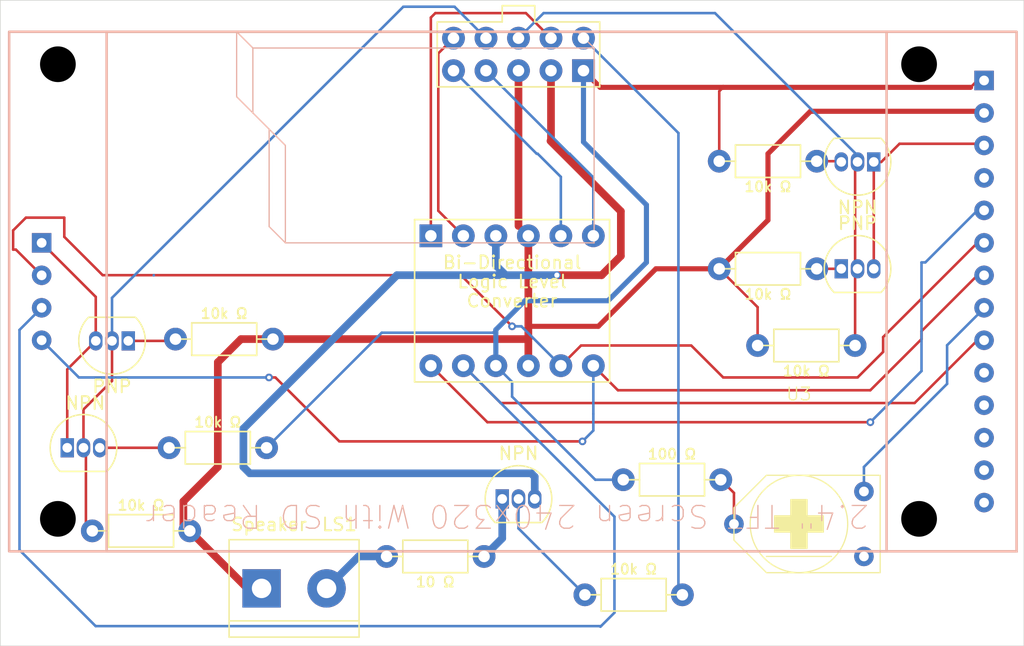
<source format=kicad_pcb>
(kicad_pcb (version 20240108) (generator "pcbnew") (generator_version "8.0")
  (layers (0 "F.Cu" signal) (31 "B.Cu" signal) (34 "B.Paste" user) (35 "F.Paste" user) (36 "B.SilkS" user "B.Silkscreen") (37 "F.SilkS" user "F.Silkscreen") (38 "B.Mask" user) (39 "F.Mask" user) (44 "Edge.Cuts" user))
  (net 0 "")
  (net 1 "Net-(1-PadSCK)")
  (net 2 "Net-(1-PadGND)")
  (net 3 "Net-(Q5-C)")
  (net 4 "Net-(Q1-B)")
  (net 5 "Net-(1-PadMOSI)")
  (net 6 "Net-(Q3-B)")
  (net 7 "Net-(1-PadMISO)")
  (net 8 "Net-(1-PadSPKR)")
  (net 9 "Net-(1-PadTFT_DC)")
  (net 10 "Net-(1-Pad3V3)")
  (net 11 "Net-(LogicConverter1-PadLV2)")
  (net 12 "Net-(LogicConverter1-PadLV3)")
  (net 13 "Net-(LogicConverter1-PadLV1)")
  (net 14 "Net-(LogicConverter1-PadLV4)")
  (net 15 "Net-(Q1-E)")
  (net 16 "Net-(Q1-C)")
  (net 17 "Net-(Q2-C)")
  (net 18 "Net-(Q3-C)")
  (net 19 "Net-(Q3-E)")
  (net 20 "Net-(Q4-C)")
  (net 21 "Net-(R9-PadP$2)")
  (net 22 "Net-(Q5-B)")
  (net 24 "Net-(Q5-E)")
  (net 25 "Net-(LS1-Pad2)")
  (net 31 "Net-(U2-PadLED)")
  (footprint "Subsystem Main:THROUGH_HOLE_RESISTOR" (layer "F.Cu") (at 163.5 64.085 180)
    (property "Reference" "R1" (hide yes))
    (property "Value" "10k Ω" (at 0 -2 0) (layer "F.SilkS") (effects (font (size 0.787402 0.787402))))
    (fp_line (start 2.54 1.27) (end 2.54 0) (stroke (width 0.127)) (layer "F.SilkS"))
    (fp_line (start 2.54 0) (end 3.81 0) (stroke (width 0.127)) (layer "F.SilkS"))
    (fp_line (start 2.54 0) (end 2.54 -1.27) (stroke (width 0.127)) (layer "F.SilkS"))
    (fp_line (start 2.54 -1.27) (end -2.54 -1.27) (stroke (width 0.127)) (layer "F.SilkS"))
    (fp_line (start -2.54 1.27) (end 2.54 1.27) (stroke (width 0.127)) (layer "F.SilkS"))
    (fp_line (start -2.54 0) (end -2.54 1.27) (stroke (width 0.127)) (layer "F.SilkS"))
    (fp_line (start -2.54 0) (end -3.81 0) (stroke (width 0.127)) (layer "F.SilkS"))
    (fp_line (start -2.54 -1.27) (end -2.54 0) (stroke (width 0.127)) (layer "F.SilkS"))
    (pad "P$1" thru_hole circle (at -3.81 0 180) (size 1.778 1.778) (drill 0.9) (layers "*.Cu" "*.Mask") (net 17 "Net-(Q2-C)"))
    (pad "P$2" thru_hole circle (at 3.81 0 180) (size 1.778 1.778) (drill 0.9) (layers "*.Cu" "*.Mask") (net 10 "Net-(1-Pad3V3)"))
  )
  (footprint "Package_TO_SOT_THT:TO-92_Inline" (layer "F.Cu") (at 169.23 72.5)
    (property "Reference" "PNP" (at 1.27 -3.56 0) (layer "F.SilkS"))
    (property "Value" "PNP Transistor")
    (fp_line (start -0.53 1.85) (end 3.07 1.85) (stroke (width 0.12)) (layer "F.SilkS"))
    (fp_arc (start -0.568478 1.838478) (mid -1.132087 -0.994977) (end 1.27 -2.6) (stroke (width 0.12)) (layer "F.SilkS"))
    (fp_arc (start 1.27 -2.6) (mid 3.672087 -0.994977) (end 3.108478 1.838478) (stroke (width 0.12)) (layer "F.SilkS"))
    (pad "1" thru_hole rect (at 0 0) (size 1.05 1.5) (drill 0.75) (layers "*.Cu" "*.Mask") (net 15 "Net-(Q1-E)"))
    (pad "2" thru_hole oval (at 1.27 0) (size 1.05 1.5) (drill 0.75) (layers "*.Cu" "*.Mask") (net 4 "Net-(Q1-B)"))
    (pad "3" thru_hole oval (at 2.54 0) (size 1.05 1.5) (drill 0.75) (layers "*.Cu" "*.Mask") (net 16 "Net-(Q1-C)"))
  )
  (footprint "Package_TO_SOT_THT:TO-92_Inline" (layer "F.Cu") (at 142.73 90.5)
    (property "Reference" "NPN" (at 1.27 -3.56 0) (layer "F.SilkS"))
    (property "Value" "NPN transistor")
    (fp_line (start -0.53 1.85) (end 3.07 1.85) (stroke (width 0.12)) (layer "F.SilkS"))
    (fp_arc (start -0.568478 1.838478) (mid -1.132087 -0.994977) (end 1.27 -2.6) (stroke (width 0.12)) (layer "F.SilkS"))
    (fp_arc (start 1.27 -2.6) (mid 3.672087 -0.994977) (end 3.108478 1.838478) (stroke (width 0.12)) (layer "F.SilkS"))
    (pad "1" thru_hole rect (at 0 0) (size 1.05 1.5) (drill 0.75) (layers "*.Cu" "*.Mask") (net 24 "Net-(Q5-E)"))
    (pad "2" thru_hole oval (at 1.27 0) (size 1.05 1.5) (drill 0.75) (layers "*.Cu" "*.Mask") (net 22 "Net-(Q5-B)"))
    (pad "3" thru_hole oval (at 2.54 0) (size 1.05 1.5) (drill 0.75) (layers "*.Cu" "*.Mask") (net 3 "Net-(Q5-C)"))
  )
  (footprint "TerminalBlock:TerminalBlock_bornier-2_P5.08mm" (layer "F.Cu") (at 123.92 97.5)
    (property "Reference" "LS1" (at 6.08 -5 0) (layer "F.SilkS"))
    (property "Value" "Speaker" (at 0.58 -5 0) (layer "F.SilkS"))
    (fp_line (start -2.54 -3.81) (end -2.54 3.81) (stroke (width 0.12)) (layer "F.SilkS"))
    (fp_line (start -2.54 3.81) (end 7.62 3.81) (stroke (width 0.12)) (layer "F.SilkS"))
    (fp_line (start 7.62 -3.81) (end -2.54 -3.81) (stroke (width 0.12)) (layer "F.SilkS"))
    (fp_line (start 7.62 2.54) (end -2.54 2.54) (stroke (width 0.12)) (layer "F.SilkS"))
    (fp_line (start 7.62 3.81) (end 7.62 -3.81) (stroke (width 0.12)) (layer "F.SilkS"))
    (pad "1" thru_hole rect (at 0 0) (size 3 3) (drill 1.52) (layers "*.Cu" "*.Mask") (net 2 "Net-(1-PadGND)"))
    (pad "2" thru_hole circle (at 5.08 0) (size 3 3) (drill 1.52) (layers "*.Cu" "*.Mask") (net 25 "Net-(LS1-Pad2)"))
  )
  (footprint "Subsystem Main:THROUGH_HOLE_RESISTOR" (layer "F.Cu") (at 137.5 95 180)
    (property "Reference" "R7" (hide yes))
    (property "Value" "10 Ω" (at 0 -2 0) (layer "F.SilkS") (effects (font (size 0.787402 0.787402))))
    (fp_line (start 2.54 1.27) (end 2.54 0) (stroke (width 0.127)) (layer "F.SilkS"))
    (fp_line (start 2.54 0) (end 3.81 0) (stroke (width 0.127)) (layer "F.SilkS"))
    (fp_line (start 2.54 0) (end 2.54 -1.27) (stroke (width 0.127)) (layer "F.SilkS"))
    (fp_line (start 2.54 -1.27) (end -2.54 -1.27) (stroke (width 0.127)) (layer "F.SilkS"))
    (fp_line (start -2.54 1.27) (end 2.54 1.27) (stroke (width 0.127)) (layer "F.SilkS"))
    (fp_line (start -2.54 0) (end -2.54 1.27) (stroke (width 0.127)) (layer "F.SilkS"))
    (fp_line (start -2.54 0) (end -3.81 0) (stroke (width 0.127)) (layer "F.SilkS"))
    (fp_line (start -2.54 -1.27) (end -2.54 0) (stroke (width 0.127)) (layer "F.SilkS"))
    (pad "P$1" thru_hole circle (at -3.81 0 180) (size 1.778 1.778) (drill 0.9) (layers "*.Cu" "*.Mask") (net 24 "Net-(Q5-E)"))
    (pad "P$2" thru_hole circle (at 3.81 0 180) (size 1.778 1.778) (drill 0.9) (layers "*.Cu" "*.Mask") (net 25 "Net-(LS1-Pad2)"))
  )
  (footprint "Subsystem Main:THROUGH_HOLE_RESISTOR" (layer "F.Cu") (at 120.5 86.5)
    (property "Reference" "R2" (hide yes))
    (property "Value" "10k Ω" (at 0 -2 0) (layer "F.SilkS") (effects (font (size 0.787402 0.787402))))
    (fp_line (start -2.54 -1.27) (end -2.54 0) (stroke (width 0.127)) (layer "F.SilkS"))
    (fp_line (start -2.54 0) (end -3.81 0) (stroke (width 0.127)) (layer "F.SilkS"))
    (fp_line (start -2.54 0) (end -2.54 1.27) (stroke (width 0.127)) (layer "F.SilkS"))
    (fp_line (start -2.54 1.27) (end 2.54 1.27) (stroke (width 0.127)) (layer "F.SilkS"))
    (fp_line (start 2.54 -1.27) (end -2.54 -1.27) (stroke (width 0.127)) (layer "F.SilkS"))
    (fp_line (start 2.54 0) (end 2.54 -1.27) (stroke (width 0.127)) (layer "F.SilkS"))
    (fp_line (start 2.54 0) (end 3.81 0) (stroke (width 0.127)) (layer "F.SilkS"))
    (fp_line (start 2.54 1.27) (end 2.54 0) (stroke (width 0.127)) (layer "F.SilkS"))
    (pad "P$1" thru_hole circle (at -3.81 0) (size 1.778 1.778) (drill 0.9) (layers "*.Cu" "*.Mask") (net 20 "Net-(Q4-C)"))
    (pad "P$2" thru_hole circle (at 3.81 0) (size 1.778 1.778) (drill 0.9) (layers "*.Cu" "*.Mask") (net 10 "Net-(1-Pad3V3)"))
  )
  (footprint "Subsystem Main:THROUGH_HOLE_RESISTOR" (layer "F.Cu") (at 114.5 93)
    (property "Reference" "R5" (hide yes))
    (property "Value" "10k Ω" (at 0 -2 0) (layer "F.SilkS") (effects (font (size 0.787402 0.787402))))
    (fp_line (start -2.54 -1.27) (end -2.54 0) (stroke (width 0.127)) (layer "F.SilkS"))
    (fp_line (start -2.54 0) (end -3.81 0) (stroke (width 0.127)) (layer "F.SilkS"))
    (fp_line (start -2.54 0) (end -2.54 1.27) (stroke (width 0.127)) (layer "F.SilkS"))
    (fp_line (start -2.54 1.27) (end 2.54 1.27) (stroke (width 0.127)) (layer "F.SilkS"))
    (fp_line (start 2.54 -1.27) (end -2.54 -1.27) (stroke (width 0.127)) (layer "F.SilkS"))
    (fp_line (start 2.54 0) (end 2.54 -1.27) (stroke (width 0.127)) (layer "F.SilkS"))
    (fp_line (start 2.54 0) (end 3.81 0) (stroke (width 0.127)) (layer "F.SilkS"))
    (fp_line (start 2.54 1.27) (end 2.54 0) (stroke (width 0.127)) (layer "F.SilkS"))
    (pad "P$1" thru_hole circle (at -3.81 0) (size 1.778 1.778) (drill 0.9) (layers "*.Cu" "*.Mask") (net 6 "Net-(Q3-B)"))
    (pad "P$2" thru_hole circle (at 3.81 0) (size 1.778 1.778) (drill 0.9) (layers "*.Cu" "*.Mask") (net 2 "Net-(1-PadGND)"))
  )
  (footprint "Subsystem Main:THROUGH_HOLE_RESISTOR" (layer "F.Cu") (at 156 89)
    (property "Reference" "R9" (hide yes))
    (property "Value" "100 Ω" (at 0 -2 0) (layer "F.SilkS") (effects (font (size 0.787402 0.787402))))
    (fp_line (start -2.54 -1.27) (end -2.54 0) (stroke (width 0.127)) (layer "F.SilkS"))
    (fp_line (start -2.54 0) (end -3.81 0) (stroke (width 0.127)) (layer "F.SilkS"))
    (fp_line (start -2.54 0) (end -2.54 1.27) (stroke (width 0.127)) (layer "F.SilkS"))
    (fp_line (start -2.54 1.27) (end 2.54 1.27) (stroke (width 0.127)) (layer "F.SilkS"))
    (fp_line (start 2.54 -1.27) (end -2.54 -1.27) (stroke (width 0.127)) (layer "F.SilkS"))
    (fp_line (start 2.54 0) (end 2.54 -1.27) (stroke (width 0.127)) (layer "F.SilkS"))
    (fp_line (start 2.54 0) (end 3.81 0) (stroke (width 0.127)) (layer "F.SilkS"))
    (fp_line (start 2.54 1.27) (end 2.54 0) (stroke (width 0.127)) (layer "F.SilkS"))
    (pad "P$1" thru_hole circle (at -3.81 0) (size 1.778 1.778) (drill 0.9) (layers "*.Cu" "*.Mask") (net 10 "Net-(1-Pad3V3)"))
    (pad "P$2" thru_hole circle (at 3.81 0) (size 1.778 1.778) (drill 0.9) (layers "*.Cu" "*.Mask") (net 21 "Net-(R9-PadP$2)"))
  )
  (footprint "Subsystem Main:BI_DIRECTIONAL_LOGIC_LEVEL_CONVERTER" (layer "F.Cu") (at 143.5 75)
    (property "Reference" "LogicConverter1" (hide yes))
    (property "Value" "~")
    (fp_line (start -7.62 -6.35) (end -7.62 6.35) (stroke (width 0.127)) (layer "F.SilkS"))
    (fp_line (start -7.62 6.35) (end 7.62 6.35) (stroke (width 0.127)) (layer "F.SilkS"))
    (fp_line (start 7.62 -6.35) (end -7.62 -6.35) (stroke (width 0.127)) (layer "F.SilkS"))
    (fp_line (start 7.62 6.35) (end 7.62 -6.35) (stroke (width 0.127)) (layer "F.SilkS"))
    (fp_text user "Bi-Directional" (at 0 -3 0) (layer "F.SilkS"))
    (fp_text user "Converter" (at 0 0 0) (layer "F.SilkS"))
    (fp_text user "Logic Level" (at 0 -1.5 0) (layer "F.SilkS"))
    (pad "GND1" thru_hole circle (at 1.27 -5.08) (size 1.778 1.778) (drill 0.9) (layers "*.Cu" "*.Mask") (net 2 "Net-(1-PadGND)"))
    (pad "GND2" thru_hole circle (at 1.27 5.08) (size 1.778 1.778) (drill 0.9) (layers "*.Cu" "*.Mask") (net 2 "Net-(1-PadGND)"))
    (pad "HV" thru_hole circle (at -1.27 -5.08) (size 1.778 1.778) (drill 0.9) (layers "*.Cu" "*.Mask") (net 3 "Net-(Q5-C)"))
    (pad "HV1" thru_hole rect (at -6.35 -5.08) (size 1.778 1.778) (drill 0.9) (layers "*.Cu" "*.Mask") (net 9 "Net-(1-PadTFT_DC)"))
    (pad "HV2" thru_hole circle (at -3.81 -5.08) (size 1.778 1.778) (drill 0.9) (layers "*.Cu" "*.Mask") (net 7 "Net-(1-PadMISO)"))
    (pad "HV3" thru_hole circle (at 3.81 -5.08) (size 1.778 1.778) (drill 0.9) (layers "*.Cu" "*.Mask") (net 5 "Net-(1-PadMOSI)"))
    (pad "HV4" thru_hole circle (at 6.35 -5.08) (size 1.778 1.778) (drill 0.9) (layers "*.Cu" "*.Mask") (net 1 "Net-(1-PadSCK)"))
    (pad "LV" thru_hole circle (at -1.27 5.08) (size 1.778 1.778) (drill 0.9) (layers "*.Cu" "*.Mask") (net 10 "Net-(1-Pad3V3)"))
    (pad "LV1" thru_hole circle (at -6.35 5.08) (size 1.778 1.778) (drill 0.9) (layers "*.Cu" "*.Mask") (net 13 "Net-(LogicConverter1-PadLV1)"))
    (pad "LV2" thru_hole circle (at -3.81 5.08) (size 1.778 1.778) (drill 0.9) (layers "*.Cu" "*.Mask") (net 11 "Net-(LogicConverter1-PadLV2)"))
    (pad "LV3" thru_hole circle (at 3.81 5.08) (size 1.778 1.778) (drill 0.9) (layers "*.Cu" "*.Mask") (net 12 "Net-(LogicConverter1-PadLV3)"))
    (pad "LV4" thru_hole circle (at 6.35 5.08) (size 1.778 1.778) (drill 0.9) (layers "*.Cu" "*.Mask") (net 14 "Net-(LogicConverter1-PadLV4)"))
  )
  (footprint "Subsystem Main:THROUGH_HOLE_RESISTOR" (layer "F.Cu") (at 166.5 78.5 180)
    (property "Reference" "R6" (hide yes))
    (property "Value" "10k Ω" (at 0 -2 0) (layer "F.SilkS") (effects (font (size 0.787402 0.787402))))
    (fp_line (start 2.54 1.27) (end 2.54 0) (stroke (width 0.127)) (layer "F.SilkS"))
    (fp_line (start 2.54 0) (end 3.81 0) (stroke (width 0.127)) (layer "F.SilkS"))
    (fp_line (start 2.54 0) (end 2.54 -1.27) (stroke (width 0.127)) (layer "F.SilkS"))
    (fp_line (start 2.54 -1.27) (end -2.54 -1.27) (stroke (width 0.127)) (layer "F.SilkS"))
    (fp_line (start -2.54 1.27) (end 2.54 1.27) (stroke (width 0.127)) (layer "F.SilkS"))
    (fp_line (start -2.54 0) (end -2.54 1.27) (stroke (width 0.127)) (layer "F.SilkS"))
    (fp_line (start -2.54 0) (end -3.81 0) (stroke (width 0.127)) (layer "F.SilkS"))
    (fp_line (start -2.54 -1.27) (end -2.54 0) (stroke (width 0.127)) (layer "F.SilkS"))
    (pad "P$1" thru_hole circle (at -3.81 0 180) (size 1.778 1.778) (drill 0.9) (layers "*.Cu" "*.Mask") (net 4 "Net-(Q1-B)"))
    (pad "P$2" thru_hole circle (at 3.81 0 180) (size 1.778 1.778) (drill 0.9) (layers "*.Cu" "*.Mask") (net 2 "Net-(1-PadGND)"))
  )
  (footprint "Package_TO_SOT_THT:TO-92_Inline" (layer "F.Cu") (at 171.77 64.14 180)
    (property "Reference" "NPN" (at 1.27 -3.56 0) (layer "F.SilkS"))
    (property "Value" "NPN transistor")
    (fp_line (start -0.53 1.85) (end 3.07 1.85) (stroke (width 0.12)) (layer "F.SilkS"))
    (fp_arc (start 1.27 -2.6) (mid 3.672087 -0.994977) (end 3.108478 1.838478) (stroke (width 0.12)) (layer "F.SilkS"))
    (fp_arc (start -0.568478 1.838478) (mid -1.132087 -0.994977) (end 1.27 -2.6) (stroke (width 0.12)) (layer "F.SilkS"))
    (pad "1" thru_hole rect (at 0 0 180) (size 1.05 1.5) (drill 0.75) (layers "*.Cu" "*.Mask") (net 16 "Net-(Q1-C)"))
    (pad "2" thru_hole oval (at 1.27 0 180) (size 1.05 1.5) (drill 0.75) (layers "*.Cu" "*.Mask") (net 4 "Net-(Q1-B)"))
    (pad "3" thru_hole oval (at 2.54 0 180) (size 1.05 1.5) (drill 0.75) (layers "*.Cu" "*.Mask") (net 17 "Net-(Q2-C)"))
  )
  (footprint "Subsystem Main:THROUGH_HOLE_RESISTOR" (layer "F.Cu") (at 163.5 72.5 180)
    (property "Reference" "R4" (hide yes))
    (property "Value" "10k Ω" (at 0 -2 0) (layer "F.SilkS") (effects (font (size 0.787402 0.787402))))
    (fp_line (start 2.54 1.27) (end 2.54 0) (stroke (width 0.127)) (layer "F.SilkS"))
    (fp_line (start 2.54 0) (end 3.81 0) (stroke (width 0.127)) (layer "F.SilkS"))
    (fp_line (start 2.54 0) (end 2.54 -1.27) (stroke (width 0.127)) (layer "F.SilkS"))
    (fp_line (start 2.54 -1.27) (end -2.54 -1.27) (stroke (width 0.127)) (layer "F.SilkS"))
    (fp_line (start -2.54 1.27) (end 2.54 1.27) (stroke (width 0.127)) (layer "F.SilkS"))
    (fp_line (start -2.54 0) (end -2.54 1.27) (stroke (width 0.127)) (layer "F.SilkS"))
    (fp_line (start -2.54 0) (end -3.81 0) (stroke (width 0.127)) (layer "F.SilkS"))
    (fp_line (start -2.54 -1.27) (end -2.54 0) (stroke (width 0.127)) (layer "F.SilkS"))
    (pad "P$1" thru_hole circle (at -3.81 0 180) (size 1.778 1.778) (drill 0.9) (layers "*.Cu" "*.Mask") (net 15 "Net-(Q1-E)"))
    (pad "P$2" thru_hole circle (at 3.81 0 180) (size 1.778 1.778) (drill 0.9) (layers "*.Cu" "*.Mask") (net 2 "Net-(1-PadGND)"))
  )
  (footprint "Subsystem Main:2.4'_TFT_SPI_ILI9341_WITH_SD_CARD" (layer "F.Cu") (at 142.29 74.28 180)
    (property "Reference" "U2" (hide yes))
    (property "Value" "~")
    (fp_line (start 20.32 20.32) (end 19.05 19.05) (stroke (width 0.1)) (layer "B.SilkS"))
    (fp_line (start 20.32 15.24) (end 20.32 20.32) (stroke (width 0.1)) (layer "B.SilkS"))
    (fp_line (start 19.05 19.05) (end 19.05 13.97) (stroke (width 0.1)) (layer "B.SilkS"))
    (fp_line (start 19.05 19.05) (end -7.62 19.05) (stroke (width 0.1)) (layer "B.SilkS"))
    (fp_line (start 19.05 13.97) (end 20.32 15.24) (stroke (width 0.1)) (layer "B.SilkS"))
    (fp_line (start 17.78 5.08) (end 17.78 12.7) (stroke (width 0.1)) (layer "B.SilkS"))
    (fp_line (start 16.51 11.43) (end 19.05 13.97) (stroke (width 0.1)) (layer "B.SilkS"))
    (fp_line (start 16.51 3.81) (end 17.78 5.08) (stroke (width 0.1)) (layer "B.SilkS"))
    (fp_line (start 16.51 3.81) (end 16.51 11.43) (stroke (width 0.1)) (layer "B.SilkS"))
    (fp_line (start 16.51 3.81) (end -7.62 3.81) (stroke (width 0.1)) (layer "B.SilkS"))
    (fp_line (start -7.62 19.05) (end -6.35 20.32) (stroke (width 0.1)) (layer "B.SilkS"))
    (fp_line (start -7.62 3.81) (end -7.62 19.05) (stroke (width 0.1)) (layer "B.SilkS"))
    (fp_rect (start -30.48 -20.32) (end 30.48 20.32) (stroke (width 0.2)) (fill none) (layer "B.SilkS"))
    (fp_rect (start -40.64 -20.32) (end 38.1 20.32) (stroke (width 0.2)) (fill none) (layer "B.SilkS"))
    (fp_text user "2.4\" TFT Screen 240x320 With SD Reader" (at -29.21 -16.51 180) (layer "B.SilkS") (effects (font (size 1.778 1.778) (thickness 0.1)) (justify left bottom)))
    (pad "" np_thru_hole circle (at -33.02 -17.78 180) (size 2.794 2.794) (drill 3.175) (layers "*.Mask"))
    (pad "" np_thru_hole circle (at -33.02 17.78 180) (size 2.794 2.794) (drill 3.175) (layers "*.Mask"))
    (pad "" np_thru_hole circle (at 34.29 -17.78 180) (size 2.794 2.794) (drill 3.175) (layers "*.Mask"))
    (pad "" np_thru_hole circle (at 34.29 17.78 180) (size 2.794 2.794) (drill 3.175) (layers "*.Mask"))
    (pad "CS" thru_hole circle (at -38.1 11.43 180) (size 1.524 1.524) (drill 0.762) (layers "*.Cu" "*.Mask") (net 16 "Net-(Q1-C)"))
    (pad "DC" thru_hole circle (at -38.1 6.35 180) (size 1.524 1.524) (drill 0.762) (layers "*.Cu" "*.Mask") (net 13 "Net-(LogicConverter1-PadLV1)"))
    (pad "GND" thru_hole circle (at -38.1 13.97 180) (size 1.524 1.524) (drill 0.762) (layers "*.Cu" "*.Mask") (net 2 "Net-(1-PadGND)"))
    (pad "LED" thru_hole circle (at -38.1 -1.27 180) (size 1.524 1.524) (drill 0.762) (layers "*.Cu" "*.Mask") (net 31 "Net-(U2-PadLED)"))
    (pad "RESET" thru_hole circle (at -38.1 8.89 180) (size 1.524 1.524) (drill 0.762) (layers "*.Cu" "*.Mask"))
    (pad "SCK" thru_hole circle (at -38.1 1.27 180) (size 1.524 1.524) (drill 0.762) (layers "*.Cu" "*.Mask") (net 14 "Net-(LogicConverter1-PadLV4)"))
    (pad "SDI(MOSI)" thru_hole circle (at -38.1 3.81 180) (size 1.524 1.524) (drill 0.762) (layers "*.Cu" "*.Mask") (net 12 "Net-(LogicConverter1-PadLV3)"))
    (pad "SDO(MISO)" thru_hole circle (at -38.1 -3.81 180) (size 1.524 1.524) (drill 0.762) (layers "*.Cu" "*.Mask") (net 11 "Net-(LogicConverter1-PadLV2)"))
    (pad "SD_CS" thru_hole rect (at 35.56 3.81 180) (size 1.524 1.524) (drill 0.762) (layers "*.Cu" "*.Mask") (net 18 "Net-(Q3-C)"))
    (pad "SD_MISO" thru_hole circle (at 35.56 -1.27 180) (size 1.524 1.524) (drill 0.762) (layers "*.Cu" "*.Mask") (net 11 "Net-(LogicConverter1-PadLV2)"))
    (pad "SD_MOSI" thru_hole circle (at 35.56 1.27 180) (size 1.524 1.524) (drill 0.762) (layers "*.Cu" "*.Mask") (net 12 "Net-(LogicConverter1-PadLV3)"))
    (pad "SD_SCK" thru_hole circle (at 35.56 -3.81 180) (size 1.524 1.524) (drill 0.762) (layers "*.Cu" "*.Mask") (net 14 "Net-(LogicConverter1-PadLV4)"))
    (pad "T_CLK" thru_hole circle (at -38.1 -6.35 180) (size 1.524 1.524) (drill 0.762) (layers "*.Cu" "*.Mask"))
    (pad "T_CS" thru_hole circle (at -38.1 -8.89 180) (size 1.524 1.524) (drill 0.762) (layers "*.Cu" "*.Mask"))
    (pad "T_DIN" thru_hole circle (at -38.1 -11.43 180) (size 1.524 1.524) (drill 0.762) (layers "*.Cu" "*.Mask"))
    (pad "T_DO" thru_hole circle (at -38.1 -13.97 180) (size 1.524 1.524) (drill 0.762) (layers "*.Cu" "*.Mask"))
    (pad "T_IRQ" thru_hole circle (at -38.1 -16.51 180) (size 1.524 1.524) (drill 0.762) (layers "*.Cu" "*.Mask"))
    (pad "Vcc" thru_hole rect (at -38.1 16.51 180) (size 1.524 1.524) (drill 0.762) (layers "*.Cu" "*.Mask") (net 10 "Net-(1-Pad3V3)"))
  )
  (footprint "Subsystem Main:THROUGH_HOLE_RESISTOR" (layer "F.Cu") (at 153 98)
    (property "Reference" "R8" (hide yes))
    (property "Value" "10k Ω" (at 0 -2 0) (layer "F.SilkS") (effects (font (size 0.787402 0.787402))))
    (fp_line (start -2.54 -1.27) (end -2.54 0) (stroke (width 0.127)) (layer "F.SilkS"))
    (fp_line (start -2.54 0) (end -3.81 0) (stroke (width 0.127)) (layer "F.SilkS"))
    (fp_line (start -2.54 0) (end -2.54 1.27) (stroke (width 0.127)) (layer "F.SilkS"))
    (fp_line (start -2.54 1.27) (end 2.54 1.27) (stroke (width 0.127)) (layer "F.SilkS"))
    (fp_line (start 2.54 -1.27) (end -2.54 -1.27) (stroke (width 0.127)) (layer "F.SilkS"))
    (fp_line (start 2.54 0) (end 2.54 -1.27) (stroke (width 0.127)) (layer "F.SilkS"))
    (fp_line (start 2.54 0) (end 3.81 0) (stroke (width 0.127)) (layer "F.SilkS"))
    (fp_line (start 2.54 1.27) (end 2.54 0) (stroke (width 0.127)) (layer "F.SilkS"))
    (pad "P$1" thru_hole circle (at -3.81 0) (size 1.778 1.778) (drill 0.9) (layers "*.Cu" "*.Mask") (net 22 "Net-(Q5-B)"))
    (pad "P$2" thru_hole circle (at 3.81 0) (size 1.778 1.778) (drill 0.9) (layers "*.Cu" "*.Mask") (net 8 "Net-(1-PadSPKR)"))
  )
  (footprint "Subsystem Main:SPI_HEADER_RIBBON_CONNECTOR" (layer "F.Cu") (at 144 55.73 180)
    (property "Reference" "1" (hide yes))
    (property "Value" "~")
    (fp_line (start 6.35 2.54) (end 6.35 -2.54) (stroke (width 0.127)) (layer "F.SilkS"))
    (fp_line (start 6.35 -2.54) (end -6.35 -2.54) (stroke (width 0.127)) (layer "F.SilkS"))
    (fp_line (start 1.27 3.81) (end 1.27 2.54) (stroke (width 0.127)) (layer "F.SilkS"))
    (fp_line (start 1.27 2.54) (end 6.35 2.54) (stroke (width 0.127)) (layer "F.SilkS"))
    (fp_line (start -1.27 3.81) (end 1.27 3.81) (stroke (width 0.127)) (layer "F.SilkS"))
    (fp_line (start -1.27 2.54) (end -1.27 3.81) (stroke (width 0.127)) (layer "F.SilkS"))
    (fp_line (start -6.35 2.54) (end -1.27 2.54) (stroke (width 0.127)) (layer "F.SilkS"))
    (fp_line (start -6.35 -2.54) (end -6.35 2.54) (stroke (width 0.127)) (layer "F.SilkS"))
    (pad "3V3" thru_hole rect (at -5.08 -1.27 180) (size 1.778 1.778) (drill 0.9) (layers "*.Cu" "*.Mask") (net 10 "Net-(1-Pad3V3)"))
    (pad "5V" thru_hole circle (at -2.54 -1.27 180) (size 1.778 1.778) (drill 0.9) (layers "*.Cu" "*.Mask") (net 3 "Net-(Q5-C)"))
    (pad "GND" thru_hole circle (at 0 -1.27 180) (size 1.778 1.778) (drill 0.9) (layers "*.Cu" "*.Mask") (net 2 "Net-(1-PadGND)"))
    (pad "MISO" thru_hole circle (at 5.08 1.27 180) (size 1.778 1.778) (drill 0.9) (layers "*.Cu" "*.Mask") (net 7 "Net-(1-PadMISO)"))
    (pad "MOSI" thru_hole circle (at 5.08 -1.27 180) (size 1.778 1.778) (drill 0.9) (layers "*.Cu" "*.Mask") (net 5 "Net-(1-PadMOSI)"))
    (pad "SCK" thru_hole circle (at 2.54 -1.27 180) (size 1.778 1.778) (drill 0.9) (layers "*.Cu" "*.Mask") (net 1 "Net-(1-PadSCK)"))
    (pad "SD_CS" thru_hole circle (at 2.54 1.27 180) (size 1.778 1.778) (drill 0.9) (layers "*.Cu" "*.Mask") (net 6 "Net-(Q3-B)"))
    (pad "SPKR" thru_hole circle (at -5.08 1.27 180) (size 1.778 1.778) (drill 0.9) (layers "*.Cu" "*.Mask") (net 8 "Net-(1-PadSPKR)"))
    (pad "TFT_CS" thru_hole circle (at 0 1.27 180) (size 1.778 1.778) (drill 0.9) (layers "*.Cu" "*.Mask") (net 4 "Net-(Q1-B)"))
    (pad "TFT_DC" thru_hole circle (at -2.54 1.27 180) (size 1.778 1.778) (drill 0.9) (layers "*.Cu" "*.Mask") (net 9 "Net-(1-PadTFT_DC)"))
  )
  (footprint "Package_TO_SOT_THT:TO-92_Inline" (layer "F.Cu") (at 108.73 86.5)
    (property "Reference" "NPN" (at 1.4085 -3.4915 0) (layer "F.SilkS"))
    (property "Value" "NPN transistor")
    (fp_line (start -0.53 1.85) (end 3.07 1.85) (stroke (width 0.12)) (layer "F.SilkS"))
    (fp_arc (start -0.568478 1.838478) (mid -1.132087 -0.994977) (end 1.27 -2.6) (stroke (width 0.12)) (layer "F.SilkS"))
    (fp_arc (start 1.27 -2.6) (mid 3.672087 -0.994977) (end 3.108478 1.838478) (stroke (width 0.12)) (layer "F.SilkS"))
    (pad "1" thru_hole rect (at 0 0) (size 1.05 1.5) (drill 0.75) (layers "*.Cu" "*.Mask") (net 18 "Net-(Q3-C)"))
    (pad "2" thru_hole oval (at 1.27 0) (size 1.05 1.5) (drill 0.75) (layers "*.Cu" "*.Mask") (net 6 "Net-(Q3-B)"))
    (pad "3" thru_hole oval (at 2.54 0) (size 1.05 1.5) (drill 0.75) (layers "*.Cu" "*.Mask") (net 20 "Net-(Q4-C)"))
  )
  (footprint "Subsystem Main:Small_Potentiometer" (layer "F.Cu") (at 165.92 92.46)
    (property "Reference" "U3" (at 0 -10.16 0) (layer "F.SilkS") (effects (font (thickness 0.1))))
    (property "Value" "~")
    (fp_line (start -2.54 2.54) (end 2.54 2.54) (stroke (width 0.1)) (layer "F.SilkS"))
    (fp_circle (center 0 0) (end 3.81 0) (stroke (width 0.1)) (fill none) (layer "F.SilkS"))
    (fp_poly (pts (xy 6.35 -3.81) (xy 6.35 3.81) (xy -2.54 3.81) (xy -5.08 1.27) (xy -5.08 -1.27) (xy -2.54 -3.81)) (stroke (width 0.1)) (fill none) (layer "F.SilkS"))
    (fp_poly (pts (xy 0.635 -0.635) (xy 1.905 -0.635) (xy 1.905 0.635) (xy 0.635 0.635) (xy 0.635 1.905) (xy -0.635 1.905) (xy -0.635 0.635) (xy -1.905 0.635) (xy -1.905 -0.635) (xy -0.635 -0.635) (xy -0.635 -1.905) (xy 0.635 -1.905)) (stroke (width 0.1)) (fill solid) (layer "F.SilkS"))
    (pad "Vin" thru_hole circle (at -5.08 0) (size 1.524 1.524) (drill 0.762) (layers "*.Cu" "*.Mask") (net 21 "Net-(R9-PadP$2)"))
    (pad "Vout1" thru_hole circle (at 5.08 -2.54) (size 1.524 1.524) (drill 0.762) (layers "*.Cu" "*.Mask") (net 31 "Net-(U2-PadLED)"))
    (pad "Vout2" thru_hole circle (at 5.08 2.54) (size 1.524 1.524) (drill 0.762) (layers "*.Cu" "*.Mask"))
  )
  (footprint "Subsystem Main:THROUGH_HOLE_RESISTOR" (layer "F.Cu") (at 121 78)
    (property "Reference" "R3" (hide yes))
    (property "Value" "10k Ω" (at 0 -2 0) (layer "F.SilkS") (effects (font (size 0.787402 0.787402))))
    (fp_line (start -2.54 -1.27) (end -2.54 0) (stroke (width 0.127)) (layer "F.SilkS"))
    (fp_line (start -2.54 0) (end -3.81 0) (stroke (width 0.127)) (layer "F.SilkS"))
    (fp_line (start -2.54 0) (end -2.54 1.27) (stroke (width 0.127)) (layer "F.SilkS"))
    (fp_line (start -2.54 1.27) (end 2.54 1.27) (stroke (width 0.127)) (layer "F.SilkS"))
    (fp_line (start 2.54 -1.27) (end -2.54 -1.27) (stroke (width 0.127)) (layer "F.SilkS"))
    (fp_line (start 2.54 0) (end 2.54 -1.27) (stroke (width 0.127)) (layer "F.SilkS"))
    (fp_line (start 2.54 0) (end 3.81 0) (stroke (width 0.127)) (layer "F.SilkS"))
    (fp_line (start 2.54 1.27) (end 2.54 0) (stroke (width 0.127)) (layer "F.SilkS"))
    (pad "P$1" thru_hole circle (at -3.81 0) (size 1.778 1.778) (drill 0.9) (layers "*.Cu" "*.Mask") (net 19 "Net-(Q3-E)"))
    (pad "P$2" thru_hole circle (at 3.81 0) (size 1.778 1.778) (drill 0.9) (layers "*.Cu" "*.Mask") (net 2 "Net-(1-PadGND)"))
  )
  (footprint "Package_TO_SOT_THT:TO-92_Inline" (layer "F.Cu") (at 113.5 78.14 180)
    (property "Reference" "PNP" (at 1.27 -3.56 0) (layer "F.SilkS"))
    (property "Value" "PNP Transistor")
    (fp_line (start -0.53 1.85) (end 3.07 1.85) (stroke (width 0.12)) (layer "F.SilkS"))
    (fp_arc (start 1.27 -2.6) (mid 3.672087 -0.994977) (end 3.108478 1.838478) (stroke (width 0.12)) (layer "F.SilkS"))
    (fp_arc (start -0.568478 1.838478) (mid -1.132087 -0.994977) (end 1.27 -2.6) (stroke (width 0.12)) (layer "F.SilkS"))
    (pad "1" thru_hole rect (at 0 0 180) (size 1.05 1.5) (drill 0.75) (layers "*.Cu" "*.Mask") (net 19 "Net-(Q3-E)"))
    (pad "2" thru_hole oval (at 1.27 0 180) (size 1.05 1.5) (drill 0.75) (layers "*.Cu" "*.Mask") (net 6 "Net-(Q3-B)"))
    (pad "3" thru_hole oval (at 2.54 0 180) (size 1.05 1.5) (drill 0.75) (layers "*.Cu" "*.Mask") (net 18 "Net-(Q3-C)"))
  )
  (gr_rect (start 103.5 51.5) (end 183.5 102) (stroke (width 0.05)) (fill none) (layer "Edge.Cuts"))
  (segment (start 141.46 57) (end 147.96 63.5) (width 0.2) (layer "B.Cu") (net 1))
  (segment (start 149.85 65.35) (end 149.85 69.92) (width 0.2) (layer "B.Cu") (net 1))
  (segment (start 148 63.5) (end 149.85 65.35) (width 0.2) (layer "B.Cu") (net 1))
  (segment (start 147.96 63.5) (end 148 63.5) (width 0.2) (layer "B.Cu") (net 1))
  (segment (start 117.81 92.5) (end 122.81 97.5) (width 0.6) (layer "F.Cu") (net 2))
  (segment (start 163.5 68.69) (end 163.5 63.5) (width 0.4) (layer "F.Cu") (net 2))
  (segment (start 117.81 92.5) (end 117.81 90.69) (width 0.6) (layer "F.Cu") (net 2))
  (segment (start 122.81 97.5) (end 123.92 97.5) (width 0.2) (layer "F.Cu") (net 2))
  (segment (start 162.69 78.5) (end 162.69 75.5) (width 0.2) (layer "F.Cu") (net 2))
  (segment (start 166.82 60.18) (end 180 60.18) (width 0.4) (layer "F.Cu") (net 2))
  (segment (start 162.69 75.5) (end 159.69 72.5) (width 0.2) (layer "F.Cu") (net 2))
  (segment (start 163.5 63.5) (end 166.82 60.18) (width 0.4) (layer "F.Cu") (net 2))
  (segment (start 144.77 77) (end 150.24 77) (width 0.4) (layer "F.Cu") (net 2))
  (segment (start 144.77 77) (end 144.77 78) (width 0.6) (layer "F.Cu") (net 2))
  (segment (start 144 57) (end 144 69.15) (width 0.6) (layer "F.Cu") (net 2))
  (segment (start 122.31 78) (end 144.77 78) (width 0.6) (layer "F.Cu") (net 2))
  (segment (start 144.77 69.92) (end 144.77 77) (width 0.6) (layer "F.Cu") (net 2))
  (segment (start 159.69 72.5) (end 163.5 68.69) (width 0.4) (layer "F.Cu") (net 2))
  (segment (start 154.74 72.5) (end 159.69 72.5) (width 0.4) (layer "F.Cu") (net 2))
  (segment (start 150.24 77) (end 154.74 72.5) (width 0.4) (layer "F.Cu") (net 2))
  (segment (start 117.81 90.69) (end 120.5 88) (width 0.6) (layer "F.Cu") (net 2))
  (segment (start 144 69.15) (end 144.77 69.92) (width 0.2) (layer "F.Cu") (net 2))
  (segment (start 120.5 79.81) (end 122.31 78) (width 0.6) (layer "F.Cu") (net 2))
  (segment (start 144.77 78) (end 144.77 80.08) (width 0.6) (layer "F.Cu") (net 2))
  (segment (start 120.5 88) (end 120.5 79.81) (width 0.6) (layer "F.Cu") (net 2))
  (segment (start 152 71.5) (end 150.5 73) (width 0.6) (layer "F.Cu") (net 3))
  (segment (start 152 68) (end 152 71.5) (width 0.6) (layer "F.Cu") (net 3))
  (segment (start 147 73) (end 147.5 73) (width 0.6) (layer "F.Cu") (net 3))
  (segment (start 146.54 62.46) (end 146.5 62.5) (width 0.2) (layer "F.Cu") (net 3))
  (segment (start 150.5 73) (end 147 73) (width 0.6) (layer "F.Cu") (net 3))
  (segment (start 146.5 62.5) (end 152 68) (width 0.6) (layer "F.Cu") (net 3))
  (segment (start 142 70) (end 142.15 70) (width 0.2) (layer "F.Cu") (net 3))
  (segment (start 142.23 69.92) (end 142.15 70) (width 0.2) (layer "F.Cu") (net 3))
  (segment (start 146.54 57) (end 146.54 62.46) (width 0.6) (layer "F.Cu") (net 3))
  (via (at 147 73) (size 0.6) (drill 0.4) (layers "F.Cu" "B.Cu") (net 3))
  (segment (start 147 73) (end 143 73) (width 0.6) (layer "B.Cu") (net 3))
  (segment (start 145 88.5) (end 145.27 88.77) (width 0.6) (layer "B.Cu") (net 3))
  (segment (start 143 73) (end 142.23 72.23) (width 0.6) (layer "B.Cu") (net 3))
  (segment (start 145.27 88.77) (end 145.27 90.5) (width 0.6) (layer "B.Cu") (net 3))
  (segment (start 122.5 85) (end 122.5 88) (width 0.6) (layer "B.Cu") (net 3))
  (segment (start 143 73) (end 134.5 73) (width 0.6) (layer "B.Cu") (net 3))
  (segment (start 122.5 88) (end 123 88.5) (width 0.6) (layer "B.Cu") (net 3))
  (segment (start 123 88.5) (end 145 88.5) (width 0.6) (layer "B.Cu") (net 3))
  (segment (start 134.5 73) (end 122.5 85) (width 0.6) (layer "B.Cu") (net 3))
  (segment (start 142.23 72.23) (end 142.23 69.92) (width 0.6) (layer "B.Cu") (net 3))
  (segment (start 170.31 78.5) (end 170.31 64.33) (width 0.2) (layer "F.Cu") (net 4))
  (segment (start 159.36 52.5) (end 170.5 63.64) (width 0.2) (layer "B.Cu") (net 4))
  (segment (start 144 54.46) (end 145.96 52.5) (width 0.2) (layer "B.Cu") (net 4))
  (segment (start 170.5 63.64) (end 170.5 64.14) (width 0.2) (layer "B.Cu") (net 4))
  (segment (start 145.96 52.5) (end 159.36 52.5) (width 0.2) (layer "B.Cu") (net 4))
  (segment (start 147.31 65.31) (end 147.31 69.92) (width 0.2) (layer "B.Cu") (net 5))
  (segment (start 145.5 63.5) (end 147.31 65.31) (width 0.2) (layer "B.Cu") (net 5))
  (segment (start 145.42 63.5) (end 145.5 63.5) (width 0.2) (layer "B.Cu") (net 5))
  (segment (start 138.92 57) (end 145.42 63.5) (width 0.2) (layer "B.Cu") (net 5))
  (segment (start 110.19 92.5) (end 110.19 86.188274) (width 0.2) (layer "F.Cu") (net 6))
  (segment (start 110.19 86.188274) (end 110 85.998274) (width 0.2) (layer "F.Cu") (net 6))
  (segment (start 112.23 81.27) (end 110 83.5) (width 0.2) (layer "F.Cu") (net 6))
  (segment (start 112.23 78.14) (end 112.23 81.27) (width 0.2) (layer "F.Cu") (net 6))
  (segment (start 110 83.5) (end 110 86.5) (width 0.2) (layer "F.Cu") (net 6))
  (segment (start 135 52) (end 112.23 74.77) (width 0.2) (layer "B.Cu") (net 6))
  (segment (start 141.46 54.46) (end 139 52) (width 0.2) (layer "B.Cu") (net 6))
  (segment (start 139 52) (end 135 52) (width 0.2) (layer "B.Cu") (net 6))
  (segment (start 112.23 74.77) (end 112.23 78.14) (width 0.2) (layer "B.Cu") (net 6))
  (segment (start 112.23 78.27) (end 112 78.5) (width 0.2) (layer "B.Cu") (net 6))
  (segment (start 112.23 78.14) (end 112.23 78.27) (width 0.2) (layer "B.Cu") (net 6))
  (segment (start 137.731 67.961) (end 137.731 55.649) (width 0.2) (layer "F.Cu") (net 7))
  (segment (start 137.731 55.649) (end 138.92 54.46) (width 0.2) (layer "F.Cu") (net 7))
  (segment (start 139.69 69.92) (end 137.731 67.961) (width 0.2) (layer "F.Cu") (net 7))
  (segment (start 139.61 70) (end 139.69 69.92) (width 0.2) (layer "B.Cu") (net 7))
  (segment (start 139.61 70) (end 139.5 70) (width 0.2) (layer "B.Cu") (net 7))
  (segment (start 156.5 61.88) (end 156.5 98) (width 0.2) (layer "B.Cu") (net 8))
  (segment (start 149.08 54.46) (end 156.5 61.88) (width 0.2) (layer "B.Cu") (net 8))
  (segment (start 137.15 52.85) (end 137.15 69.92) (width 0.2) (layer "F.Cu") (net 9))
  (segment (start 144.58 52.5) (end 137.5 52.5) (width 0.2) (layer "F.Cu") (net 9))
  (segment (start 137.5 52.5) (end 137.15 52.85) (width 0.2) (layer "F.Cu") (net 9))
  (segment (start 146.54 54.46) (end 144.58 52.5) (width 0.2) (layer "F.Cu") (net 9))
  (segment (start 149.08 57) (end 150.3875 58.3075) (width 0.4) (layer "F.Cu") (net 10))
  (segment (start 152.19 89) (end 152.5 89) (width 0.2) (layer "F.Cu") (net 10))
  (segment (start 150.3875 58.3075) (end 160 58.3075) (width 0.4) (layer "F.Cu") (net 10))
  (segment (start 159.69 58.6175) (end 160 58.3075) (width 0.2) (layer "F.Cu") (net 10))
  (segment (start 160 58.3075) (end 179.3325 58.3075) (width 0.4) (layer "F.Cu") (net 10))
  (segment (start 159.69 64.085) (end 159.69 58.6175) (width 0.2) (layer "F.Cu") (net 10))
  (segment (start 179.3325 58.3075) (end 180 57.64) (width 0.2) (layer "F.Cu") (net 10))
  (segment (start 142 77.5) (end 142.23 77.27) (width 0.2) (layer "B.Cu") (net 10))
  (segment (start 149.08 57) (end 149 57) (width 0.2) (layer "B.Cu") (net 10))
  (segment (start 152.19 89) (end 150 89) (width 0.2) (layer "B.Cu") (net 10))
  (segment (start 143.5 82.5) (end 143.5 81.35) (width 0.2) (layer "B.Cu") (net 10))
  (segment (start 124.31 86.5) (end 133.31 77.5) (width 0.2) (layer "B.Cu") (net 10))
  (segment (start 149.08 62.58) (end 154 67.5) (width 0.4) (layer "B.Cu") (net 10))
  (segment (start 143.5 81.35) (end 142.23 80.08) (width 0.2) (layer "B.Cu") (net 10))
  (segment (start 149.08 57) (end 149.5 57) (width 0.2) (layer "B.Cu") (net 10))
  (segment (start 154 67.5) (end 154 72) (width 0.4) (layer "B.Cu") (net 10))
  (segment (start 150 89) (end 143.5 82.5) (width 0.2) (layer "B.Cu") (net 10))
  (segment (start 149.5 57) (end 149 57) (width 0.2) (layer "B.Cu") (net 10))
  (segment (start 142.23 77.27) (end 142.23 80.08) (width 0.4) (layer "B.Cu") (net 10))
  (segment (start 133.31 77.5) (end 142 77.5) (width 0.2) (layer "B.Cu") (net 10))
  (segment (start 151 75) (end 144.5 75) (width 0.4) (layer "B.Cu") (net 10))
  (segment (start 149.08 57) (end 149.08 62.58) (width 0.4) (layer "B.Cu") (net 10))
  (segment (start 144.5 75) (end 142.23 77.27) (width 0.4) (layer "B.Cu") (net 10))
  (segment (start 154 72) (end 151 75) (width 0.4) (layer "B.Cu") (net 10))
  (segment (start 174.96 83) (end 180 77.96) (width 0.2) (layer "F.Cu") (net 11))
  (segment (start 142.61 83) (end 174.96 83) (width 0.2) (layer "F.Cu") (net 11))
  (segment (start 139.69 80.08) (end 142.61 83) (width 0.2) (layer "F.Cu") (net 11))
  (segment (start 150.45 100.45) (end 110.95 100.45) (width 0.2) (layer "B.Cu") (net 11))
  (segment (start 151.5 99.4) (end 150.45 100.45) (width 0.2) (layer "B.Cu") (net 11))
  (segment (start 139.69 80.08) (end 151.5 91.89) (width 0.2) (layer "B.Cu") (net 11))
  (segment (start 151.5 91.89) (end 151.5 99.4) (width 0.2) (layer "B.Cu") (net 11))
  (segment (start 105 77.28) (end 106.73 75.55) (width 0.2) (layer "B.Cu") (net 11))
  (segment (start 150.45 100.45) (end 150.4 100.5) (width 0.2) (layer "B.Cu") (net 11))
  (segment (start 110.95 100.45) (end 105 94.5) (width 0.2) (layer "B.Cu") (net 11))
  (segment (start 105 94.5) (end 105 77.28) (width 0.2) (layer "B.Cu") (net 11))
  (segment (start 108.5 68.5) (end 105.5 68.5) (width 0.2) (layer "F.Cu") (net 12))
  (segment (start 104.5 71) (end 104.72 71) (width 0.2) (layer "F.Cu") (net 12))
  (segment (start 172.5 79) (end 172.5 77.84) (width 0.2) (layer "F.Cu") (net 12))
  (segment (start 104.72 71) (end 106.73 73.01) (width 0.2) (layer "F.Cu") (net 12))
  (segment (start 108.5 70) (end 108.5 68.5) (width 0.2) (layer "F.Cu") (net 12))
  (segment (start 157.5 78.5) (end 160 81) (width 0.2) (layer "F.Cu") (net 12))
  (segment (start 148.89 78.5) (end 157.5 78.5) (width 0.2) (layer "F.Cu") (net 12))
  (segment (start 104.5 69.5) (end 104.5 71) (width 0.2) (layer "F.Cu") (net 12))
  (segment (start 160 81) (end 170.5 81) (width 0.2) (layer "F.Cu") (net 12))
  (segment (start 172.5 77.84) (end 180 70.34) (width 0.2) (layer "F.Cu") (net 12))
  (segment (start 147.31 80.08) (end 148.89 78.5) (width 0.2) (layer "F.Cu") (net 12))
  (segment (start 105.5 68.5) (end 104.5 69.5) (width 0.2) (layer "F.Cu") (net 12))
  (segment (start 139.5 73) (end 111.5 73) (width 0.2) (layer "F.Cu") (net 12))
  (segment (start 143.5 77) (end 139.5 73) (width 0.2) (layer "F.Cu") (net 12))
  (segment (start 170.5 81) (end 172.5 79) (width 0.2) (layer "F.Cu") (net 12))
  (segment (start 111.5 73) (end 108.5 70) (width 0.2) (layer "F.Cu") (net 12))
  (via (at 143.5 77) (size 0.6) (drill 0.3) (layers "F.Cu" "B.Cu") (net 12))
  (segment (start 147.31 80.08) (end 144.23 77) (width 0.2) (layer "B.Cu") (net 12))
  (segment (start 115.5 73) (end 115.49 73.01) (width 0.2) (layer "B.Cu") (net 12))
  (segment (start 144.23 77) (end 143.5 77) (width 0.2) (layer "B.Cu") (net 12))
  (segment (start 137.15 80.08) (end 141.57 84.5) (width 0.2) (layer "F.Cu") (net 13))
  (segment (start 141.57 84.5) (end 171.5 84.5) (width 0.2) (layer "F.Cu") (net 13))
  (via (at 171.5 84.5) (size 0.6) (drill 0.3) (layers "F.Cu" "B.Cu") (net 13))
  (segment (start 137.07 80) (end 137 80) (width 0.2) (layer "B.Cu") (net 13))
  (segment (start 175.5 72) (end 175.8 72) (width 0.2) (layer "B.Cu") (net 13))
  (segment (start 171.5 84.5) (end 175.5 80.5) (width 0.2) (layer "B.Cu") (net 13))
  (segment (start 175.8 72) (end 180 67.8) (width 0.2) (layer "B.Cu") (net 13))
  (segment (start 175.5 80.5) (end 175.5 72) (width 0.2) (layer "B.Cu") (net 13))
  (segment (start 137.15 80.08) (end 137.07 80) (width 0.2) (layer "B.Cu") (net 13))
  (segment (start 149.85 80.08) (end 151.77 82) (width 0.2) (layer "F.Cu") (net 14))
  (segment (start 175.5 78) (end 175.5 77.38) (width 0.2) (layer "F.Cu") (net 14))
  (segment (start 149 86) (end 130 86) (width 0.2) (layer "F.Cu") (net 14))
  (segment (start 175.5 77.38) (end 180 72.88) (width 0.2) (layer "F.Cu") (net 14))
  (segment (start 124.5 81) (end 125 81) (width 0.2) (layer "F.Cu") (net 14))
  (segment (start 151.77 82) (end 171.5 82) (width 0.2) (layer "F.Cu") (net 14))
  (segment (start 125 81) (end 130 86) (width 0.2) (layer "F.Cu") (net 14))
  (segment (start 171.5 82) (end 175.5 78) (width 0.2) (layer "F.Cu") (net 14))
  (via (at 149 86) (size 0.6) (drill 0.3) (layers "F.Cu" "B.Cu") (net 14))
  (via (at 124.5 81) (size 0.6) (drill 0.3) (layers "F.Cu" "B.Cu") (net 14))
  (segment (start 109.64 81) (end 124.5 81) (width 0.2) (layer "B.Cu") (net 14))
  (segment (start 149.85 83.85) (end 149.85 80.08) (width 0.2) (layer "B.Cu") (net 14))
  (segment (start 106.73 78.09) (end 109.64 81) (width 0.2) (layer "B.Cu") (net 14))
  (segment (start 149.85 83.85) (end 149.85 85.15) (width 0.2) (layer "B.Cu") (net 14))
  (segment (start 149.85 85.15) (end 149 86) (width 0.2) (layer "B.Cu") (net 14))
  (segment (start 167.31 72.5) (end 169.23 72.5) (width 0.2) (layer "F.Cu") (net 15))
  (segment (start 171.77 64.14) (end 172.36 64.14) (width 0.2) (layer "F.Cu") (net 16))
  (segment (start 171.77 72.5) (end 171.77 64.14) (width 0.2) (layer "F.Cu") (net 16))
  (segment (start 173.78 62.72) (end 180 62.72) (width 0.2) (layer "F.Cu") (net 16))
  (segment (start 172.36 64.14) (end 173.78 62.72) (width 0.2) (layer "F.Cu") (net 16))
  (segment (start 169.175 64.085) (end 169.23 64.14) (width 0.2) (layer "F.Cu") (net 17))
  (segment (start 167.31 64.085) (end 169.175 64.085) (width 0.2) (layer "F.Cu") (net 17))
  (segment (start 110.96 74.7) (end 106.73 70.47) (width 0.2) (layer "F.Cu") (net 18))
  (segment (start 110.96 78.14) (end 108.73 80.37) (width 0.2) (layer "F.Cu") (net 18))
  (segment (start 110.96 78.14) (end 110.96 74.7) (width 0.2) (layer "F.Cu") (net 18))
  (segment (start 108.73 80.37) (end 108.73 86.5) (width 0.2) (layer "F.Cu") (net 18))
  (segment (start 116.78 78.14) (end 116.92 78) (width 0.2) (layer "F.Cu") (net 19))
  (segment (start 113.5 78.14) (end 116.78 78.14) (width 0.2) (layer "F.Cu") (net 19))
  (segment (start 111.27 86.5) (end 116.69 86.5) (width 0.2) (layer "F.Cu") (net 20))
  (segment (start 160.84 92.96) (end 160.84 90.03) (width 0.2) (layer "F.Cu") (net 21))
  (segment (start 160.84 90.03) (end 159.81 89) (width 0.2) (layer "F.Cu") (net 21))
  (segment (start 144 92.81) (end 149.19 98) (width 0.2) (layer "B.Cu") (net 22))
  (segment (start 144 90.5) (end 144 92.81) (width 0.2) (layer "B.Cu") (net 22))
  (segment (start 142.73 93.58) (end 141.31 95) (width 0.6) (layer "B.Cu") (net 24))
  (segment (start 142.73 90.5) (end 142.73 93.58) (width 0.6) (layer "B.Cu") (net 24))
  (segment (start 133.69 95) (end 131.5 95) (width 0.6) (layer "B.Cu") (net 25))
  (segment (start 131.5 95) (end 129 97.5) (width 0.6) (layer "B.Cu") (net 25))
  (segment (start 177.5 78.48) (end 180.43 75.55) (width 0.2) (layer "B.Cu") (net 31))
  (segment (start 171 89.92) (end 171 88) (width 0.2) (layer "B.Cu") (net 31))
  (segment (start 171 88) (end 177.5 81.5) (width 0.2) (layer "B.Cu") (net 31))
  (segment (start 177.5 81.5) (end 177.5 78.48) (width 0.2) (layer "B.Cu") (net 31))
)
</source>
